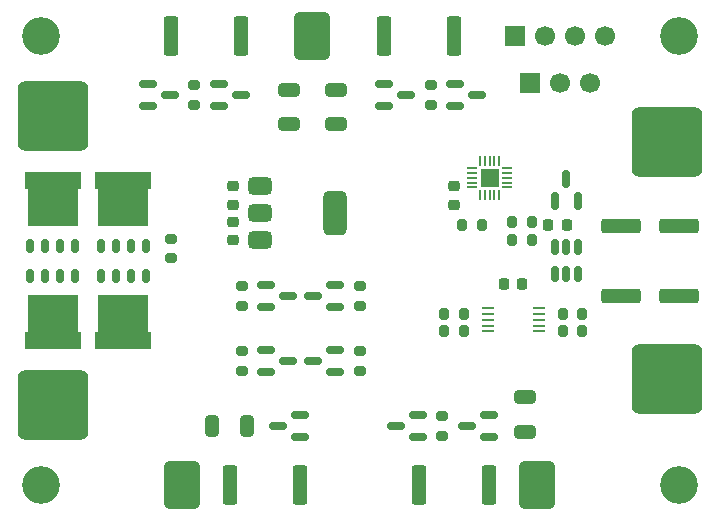
<source format=gts>
G04 #@! TF.GenerationSoftware,KiCad,Pcbnew,9.0.1*
G04 #@! TF.CreationDate,2025-05-07T20:37:22+02:00*
G04 #@! TF.ProjectId,resistive-BMS-4s,72657369-7374-4697-9665-2d424d532d34,rev?*
G04 #@! TF.SameCoordinates,Original*
G04 #@! TF.FileFunction,Soldermask,Top*
G04 #@! TF.FilePolarity,Negative*
%FSLAX46Y46*%
G04 Gerber Fmt 4.6, Leading zero omitted, Abs format (unit mm)*
G04 Created by KiCad (PCBNEW 9.0.1) date 2025-05-07 20:37:22*
%MOMM*%
%LPD*%
G01*
G04 APERTURE LIST*
G04 Aperture macros list*
%AMRoundRect*
0 Rectangle with rounded corners*
0 $1 Rounding radius*
0 $2 $3 $4 $5 $6 $7 $8 $9 X,Y pos of 4 corners*
0 Add a 4 corners polygon primitive as box body*
4,1,4,$2,$3,$4,$5,$6,$7,$8,$9,$2,$3,0*
0 Add four circle primitives for the rounded corners*
1,1,$1+$1,$2,$3*
1,1,$1+$1,$4,$5*
1,1,$1+$1,$6,$7*
1,1,$1+$1,$8,$9*
0 Add four rect primitives between the rounded corners*
20,1,$1+$1,$2,$3,$4,$5,0*
20,1,$1+$1,$4,$5,$6,$7,0*
20,1,$1+$1,$6,$7,$8,$9,0*
20,1,$1+$1,$8,$9,$2,$3,0*%
%AMFreePoly0*
4,1,9,2.100000,-2.000000,2.350000,-2.000000,2.350000,-3.500000,-2.350000,-3.500000,-2.350000,-2.000000,-2.100000,-2.000000,-2.100000,1.100000,2.100000,1.100000,2.100000,-2.000000,2.100000,-2.000000,$1*%
G04 Aperture macros list end*
%ADD10RoundRect,0.200000X0.200000X0.275000X-0.200000X0.275000X-0.200000X-0.275000X0.200000X-0.275000X0*%
%ADD11RoundRect,0.375000X-1.125000X-1.625000X1.125000X-1.625000X1.125000X1.625000X-1.125000X1.625000X0*%
%ADD12RoundRect,0.200000X-0.200000X-0.275000X0.200000X-0.275000X0.200000X0.275000X-0.200000X0.275000X0*%
%ADD13R,1.700000X1.700000*%
%ADD14C,1.700000*%
%ADD15RoundRect,0.175000X0.175000X0.400000X-0.175000X0.400000X-0.175000X-0.400000X0.175000X-0.400000X0*%
%ADD16FreePoly0,180.000000*%
%ADD17RoundRect,0.175000X-0.175000X-0.400000X0.175000X-0.400000X0.175000X0.400000X-0.175000X0.400000X0*%
%ADD18FreePoly0,0.000000*%
%ADD19R,1.100000X0.250000*%
%ADD20RoundRect,0.200000X0.275000X-0.200000X0.275000X0.200000X-0.275000X0.200000X-0.275000X-0.200000X0*%
%ADD21RoundRect,0.150000X0.587500X0.150000X-0.587500X0.150000X-0.587500X-0.150000X0.587500X-0.150000X0*%
%ADD22RoundRect,0.250000X0.362500X1.425000X-0.362500X1.425000X-0.362500X-1.425000X0.362500X-1.425000X0*%
%ADD23RoundRect,0.150000X-0.587500X-0.150000X0.587500X-0.150000X0.587500X0.150000X-0.587500X0.150000X0*%
%ADD24RoundRect,0.225000X0.250000X-0.225000X0.250000X0.225000X-0.250000X0.225000X-0.250000X-0.225000X0*%
%ADD25RoundRect,0.250000X-1.425000X0.362500X-1.425000X-0.362500X1.425000X-0.362500X1.425000X0.362500X0*%
%ADD26RoundRect,0.250000X-0.362500X-1.425000X0.362500X-1.425000X0.362500X1.425000X-0.362500X1.425000X0*%
%ADD27RoundRect,0.225000X0.225000X0.250000X-0.225000X0.250000X-0.225000X-0.250000X0.225000X-0.250000X0*%
%ADD28RoundRect,0.250000X-0.650000X0.325000X-0.650000X-0.325000X0.650000X-0.325000X0.650000X0.325000X0*%
%ADD29C,3.200000*%
%ADD30RoundRect,0.200000X-0.275000X0.200000X-0.275000X-0.200000X0.275000X-0.200000X0.275000X0.200000X0*%
%ADD31RoundRect,0.225000X-0.225000X-0.250000X0.225000X-0.250000X0.225000X0.250000X-0.225000X0.250000X0*%
%ADD32RoundRect,0.750000X-2.250000X-2.250000X2.250000X-2.250000X2.250000X2.250000X-2.250000X2.250000X0*%
%ADD33RoundRect,0.150000X0.150000X-0.512500X0.150000X0.512500X-0.150000X0.512500X-0.150000X-0.512500X0*%
%ADD34RoundRect,0.250000X0.650000X-0.325000X0.650000X0.325000X-0.650000X0.325000X-0.650000X-0.325000X0*%
%ADD35RoundRect,0.250000X-0.325000X-0.650000X0.325000X-0.650000X0.325000X0.650000X-0.325000X0.650000X0*%
%ADD36RoundRect,0.050000X-0.375000X-0.050000X0.375000X-0.050000X0.375000X0.050000X-0.375000X0.050000X0*%
%ADD37RoundRect,0.050000X-0.050000X-0.375000X0.050000X-0.375000X0.050000X0.375000X-0.050000X0.375000X0*%
%ADD38R,1.650000X1.650000*%
%ADD39RoundRect,0.150000X0.150000X-0.587500X0.150000X0.587500X-0.150000X0.587500X-0.150000X-0.587500X0*%
%ADD40RoundRect,0.375000X-0.625000X-0.375000X0.625000X-0.375000X0.625000X0.375000X-0.625000X0.375000X0*%
%ADD41RoundRect,0.500000X-0.500000X-1.400000X0.500000X-1.400000X0.500000X1.400000X-0.500000X1.400000X0*%
G04 APERTURE END LIST*
D10*
X110325000Y-97000000D03*
X108675000Y-97000000D03*
D11*
X85000000Y-119000000D03*
D12*
X107175000Y-106000000D03*
X108825000Y-106000000D03*
D13*
X113190000Y-81000000D03*
D14*
X115730000Y-81000000D03*
X118270000Y-81000000D03*
X120810000Y-81000000D03*
D15*
X72095000Y-98725000D03*
X73365000Y-98725000D03*
X74635000Y-98725000D03*
X75905000Y-98725000D03*
D16*
X74000000Y-96000000D03*
D17*
X75905000Y-101275000D03*
X74635000Y-101275000D03*
X73365000Y-101275000D03*
X72095000Y-101275000D03*
D18*
X74000000Y-104000000D03*
D19*
X110850000Y-104000000D03*
X110850000Y-104500000D03*
X110850000Y-105000000D03*
X110850000Y-105500000D03*
X110850000Y-106000000D03*
X115150000Y-106000000D03*
X115150000Y-105500000D03*
X115150000Y-105000000D03*
X115150000Y-104500000D03*
X115150000Y-104000000D03*
D20*
X90000000Y-109325000D03*
X90000000Y-107675000D03*
D10*
X114575000Y-96750000D03*
X112925000Y-96750000D03*
X118825000Y-106000000D03*
X117175000Y-106000000D03*
D12*
X107175000Y-104500000D03*
X108825000Y-104500000D03*
D21*
X110937500Y-114950000D03*
X110937500Y-113050000D03*
X109062500Y-114000000D03*
D22*
X110962500Y-119000000D03*
X105037500Y-119000000D03*
D23*
X108062500Y-85050000D03*
X108062500Y-86950000D03*
X109937500Y-86000000D03*
D24*
X89250000Y-98275000D03*
X89250000Y-96725000D03*
D20*
X90000000Y-103825000D03*
X90000000Y-102175000D03*
D24*
X89250000Y-95275000D03*
X89250000Y-93725000D03*
D25*
X122090000Y-97037500D03*
X122090000Y-102962500D03*
D26*
X89037500Y-119000000D03*
X94962500Y-119000000D03*
D27*
X113775000Y-102000000D03*
X112225000Y-102000000D03*
D28*
X114000000Y-111525000D03*
X114000000Y-114475000D03*
D15*
X78095000Y-98725000D03*
X79365000Y-98725000D03*
X80635000Y-98725000D03*
X81905000Y-98725000D03*
D16*
X80000000Y-96000000D03*
D29*
X127000000Y-119000000D03*
D26*
X102037500Y-81000000D03*
X107962500Y-81000000D03*
D21*
X104937500Y-114950000D03*
X104937500Y-113050000D03*
X103062500Y-114000000D03*
D30*
X107000000Y-113175000D03*
X107000000Y-114825000D03*
D11*
X115000000Y-119000000D03*
D23*
X82062500Y-85050000D03*
X82062500Y-86950000D03*
X83937500Y-86000000D03*
D31*
X115975000Y-97000000D03*
X117525000Y-97000000D03*
D20*
X100000000Y-103825000D03*
X100000000Y-102175000D03*
D29*
X73000000Y-81000000D03*
D23*
X92062500Y-102050000D03*
X92062500Y-103950000D03*
X93937500Y-103000000D03*
D24*
X108000000Y-95275000D03*
X108000000Y-93725000D03*
D32*
X74000000Y-87750000D03*
D33*
X116550000Y-101137500D03*
X117500000Y-101137500D03*
X118450000Y-101137500D03*
X118450000Y-98862500D03*
X117500000Y-98862500D03*
X116550000Y-98862500D03*
D32*
X126000000Y-110000000D03*
D26*
X84037500Y-81000000D03*
X89962500Y-81000000D03*
D20*
X106000000Y-86825000D03*
X106000000Y-85175000D03*
D21*
X97937500Y-103950000D03*
X97937500Y-102050000D03*
X96062500Y-103000000D03*
D34*
X98000000Y-88475000D03*
X98000000Y-85525000D03*
D20*
X100000000Y-109325000D03*
X100000000Y-107675000D03*
D23*
X102062500Y-85050000D03*
X102062500Y-86950000D03*
X103937500Y-86000000D03*
D17*
X81905000Y-101275000D03*
X80635000Y-101275000D03*
X79365000Y-101275000D03*
X78095000Y-101275000D03*
D18*
X80000000Y-104000000D03*
D32*
X74000000Y-112250000D03*
D25*
X127000000Y-97037500D03*
X127000000Y-102962500D03*
D21*
X94937500Y-114950000D03*
X94937500Y-113050000D03*
X93062500Y-114000000D03*
D20*
X86000000Y-86825000D03*
X86000000Y-85175000D03*
D35*
X87525000Y-114000000D03*
X90475000Y-114000000D03*
D29*
X127000000Y-81000000D03*
D30*
X84000000Y-98175000D03*
X84000000Y-99825000D03*
D36*
X109550000Y-92200000D03*
X109550000Y-92600000D03*
X109550000Y-93000000D03*
X109550000Y-93400000D03*
X109550000Y-93800000D03*
D37*
X110200000Y-94450000D03*
X110600000Y-94450000D03*
X111000000Y-94450000D03*
X111400000Y-94450000D03*
X111800000Y-94450000D03*
D36*
X112450000Y-93800000D03*
X112450000Y-93400000D03*
X112450000Y-93000000D03*
X112450000Y-92600000D03*
X112450000Y-92200000D03*
D37*
X111800000Y-91550000D03*
X111400000Y-91550000D03*
X111000000Y-91550000D03*
X110600000Y-91550000D03*
X110200000Y-91550000D03*
D38*
X111000000Y-93000000D03*
D39*
X116550000Y-94937500D03*
X118450000Y-94937500D03*
X117500000Y-93062500D03*
D23*
X88062500Y-85050000D03*
X88062500Y-86950000D03*
X89937500Y-86000000D03*
D40*
X91600000Y-93700000D03*
X91600000Y-96000000D03*
D41*
X97900000Y-96000000D03*
D40*
X91600000Y-98300000D03*
D23*
X92062500Y-107550000D03*
X92062500Y-109450000D03*
X93937500Y-108500000D03*
D13*
X114460000Y-85000000D03*
D14*
X117000000Y-85000000D03*
X119540000Y-85000000D03*
D10*
X118825000Y-104500000D03*
X117175000Y-104500000D03*
X114575000Y-98250000D03*
X112925000Y-98250000D03*
D28*
X94000000Y-85525000D03*
X94000000Y-88475000D03*
D32*
X126000000Y-90000000D03*
D21*
X97937500Y-109450000D03*
X97937500Y-107550000D03*
X96062500Y-108500000D03*
D29*
X73000000Y-119000000D03*
D11*
X96000000Y-81000000D03*
M02*

</source>
